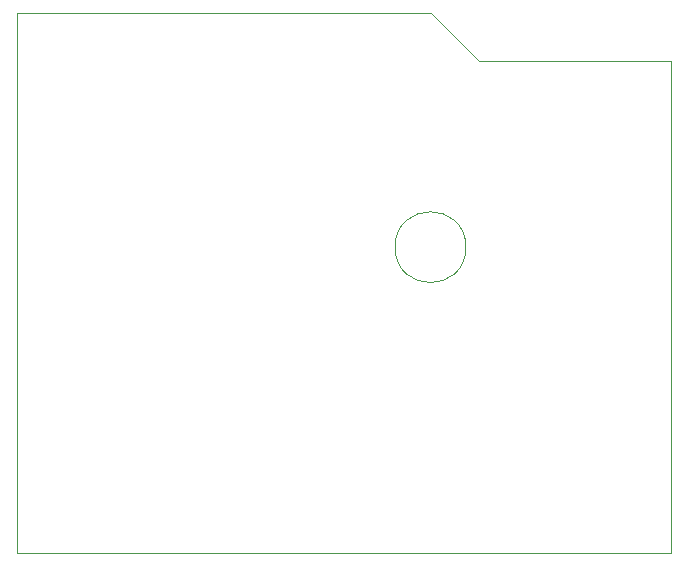
<source format=gbr>
%TF.GenerationSoftware,KiCad,Pcbnew,8.0.8-8.0.8-0~ubuntu24.04.1*%
%TF.CreationDate,2025-02-07T10:36:07-08:00*%
%TF.ProjectId,flash_board,666c6173-685f-4626-9f61-72642e6b6963,rev?*%
%TF.SameCoordinates,Original*%
%TF.FileFunction,Profile,NP*%
%FSLAX46Y46*%
G04 Gerber Fmt 4.6, Leading zero omitted, Abs format (unit mm)*
G04 Created by KiCad (PCBNEW 8.0.8-8.0.8-0~ubuntu24.04.1) date 2025-02-07 10:36:07*
%MOMM*%
%LPD*%
G01*
G04 APERTURE LIST*
%TA.AperFunction,Profile*%
%ADD10C,0.050000*%
%TD*%
G04 APERTURE END LIST*
D10*
X158560000Y-88900000D02*
G75*
G02*
X152560000Y-88900000I-3000000J0D01*
G01*
X152560000Y-88900000D02*
G75*
G02*
X158560000Y-88900000I3000000J0D01*
G01*
X175895000Y-73152000D02*
X175895000Y-114808000D01*
X120523000Y-69088000D02*
X120523000Y-114808000D01*
X159639000Y-73152000D02*
X155575000Y-69088000D01*
X175895000Y-73152000D02*
X159639000Y-73152000D01*
X155575000Y-69088000D02*
X120523000Y-69088000D01*
X175895000Y-114808000D02*
X120523000Y-114808000D01*
M02*

</source>
